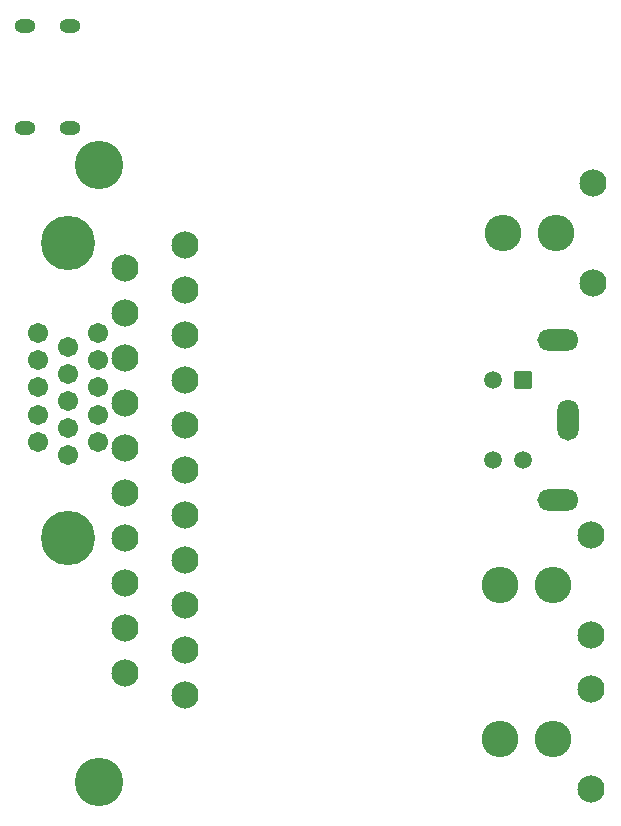
<source format=gbr>
%TF.GenerationSoftware,KiCad,Pcbnew,8.0.7*%
%TF.CreationDate,2025-01-22T15:24:25+13:00*%
%TF.ProjectId,rgbntsc,7267626e-7473-4632-9e6b-696361645f70,rev?*%
%TF.SameCoordinates,Original*%
%TF.FileFunction,Soldermask,Bot*%
%TF.FilePolarity,Negative*%
%FSLAX46Y46*%
G04 Gerber Fmt 4.6, Leading zero omitted, Abs format (unit mm)*
G04 Created by KiCad (PCBNEW 8.0.7) date 2025-01-22 15:24:25*
%MOMM*%
%LPD*%
G01*
G04 APERTURE LIST*
G04 Aperture macros list*
%AMRoundRect*
0 Rectangle with rounded corners*
0 $1 Rounding radius*
0 $2 $3 $4 $5 $6 $7 $8 $9 X,Y pos of 4 corners*
0 Add a 4 corners polygon primitive as box body*
4,1,4,$2,$3,$4,$5,$6,$7,$8,$9,$2,$3,0*
0 Add four circle primitives for the rounded corners*
1,1,$1+$1,$2,$3*
1,1,$1+$1,$4,$5*
1,1,$1+$1,$6,$7*
1,1,$1+$1,$8,$9*
0 Add four rect primitives between the rounded corners*
20,1,$1+$1,$2,$3,$4,$5,0*
20,1,$1+$1,$4,$5,$6,$7,0*
20,1,$1+$1,$6,$7,$8,$9,0*
20,1,$1+$1,$8,$9,$2,$3,0*%
G04 Aperture macros list end*
%ADD10C,4.102000*%
%ADD11C,2.302000*%
%ADD12O,1.802000X1.202000*%
%ADD13C,1.702000*%
%ADD14C,4.602000*%
%ADD15O,3.102000X3.102000*%
%ADD16RoundRect,0.051000X0.704000X0.704000X-0.704000X0.704000X-0.704000X-0.704000X0.704000X-0.704000X0*%
%ADD17C,1.510000*%
%ADD18O,3.502000X1.802000*%
%ADD19O,1.802000X3.502000*%
G04 APERTURE END LIST*
D10*
%TO.C,J3*%
X27200000Y-55000000D03*
X27200000Y-107270000D03*
D11*
X34480000Y-99905000D03*
X29400000Y-98000000D03*
X34480000Y-96095000D03*
X29400000Y-94190000D03*
X34480000Y-92285000D03*
X29400000Y-90380000D03*
X34480000Y-88475000D03*
X29400000Y-86570000D03*
X34480000Y-84665000D03*
X29400000Y-82760000D03*
X34480000Y-80855000D03*
X29400000Y-78950000D03*
X34480000Y-77045000D03*
X29400000Y-75140000D03*
X34480000Y-73235000D03*
X29400000Y-71330000D03*
X34480000Y-69425000D03*
X29400000Y-67520000D03*
X34480000Y-65615000D03*
X29400000Y-63710000D03*
X34480000Y-61805000D03*
%TD*%
D12*
%TO.C,J1*%
X21000000Y-51920000D03*
X24800000Y-51920000D03*
X21000000Y-43280000D03*
X24800000Y-43280000D03*
%TD*%
D13*
%TO.C,J2*%
X27140000Y-78440000D03*
X27140000Y-76150000D03*
X27140000Y-73860000D03*
X27140000Y-71570000D03*
X27140000Y-69280000D03*
X24600000Y-79580000D03*
X24600000Y-77290000D03*
X24600000Y-75000000D03*
X24600000Y-72710000D03*
D14*
X24600000Y-61620000D03*
D13*
X24600000Y-70420000D03*
D14*
X24600000Y-86620000D03*
D13*
X22060000Y-78440000D03*
X22060000Y-76150000D03*
X22060000Y-73860000D03*
X22060000Y-71570000D03*
X22060000Y-69280000D03*
%TD*%
D11*
%TO.C,JR1*%
X68850000Y-86350000D03*
X68850000Y-94850000D03*
D15*
X61200000Y-90600000D03*
X65700000Y-90600000D03*
%TD*%
D11*
%TO.C,JU1*%
X68850000Y-99370000D03*
X68850000Y-107870000D03*
D15*
X61200000Y-103620000D03*
X65700000Y-103620000D03*
%TD*%
D16*
%TO.C,J4*%
X63100000Y-73200000D03*
D17*
X63100000Y-80000000D03*
X60600000Y-73200000D03*
X60600000Y-80000000D03*
D18*
X66100000Y-69850000D03*
D19*
X66900000Y-76600000D03*
D18*
X66100000Y-83350000D03*
%TD*%
D11*
%TO.C,JR2*%
X69050000Y-56550000D03*
X69050000Y-65050000D03*
D15*
X61400000Y-60800000D03*
X65900000Y-60800000D03*
%TD*%
M02*

</source>
